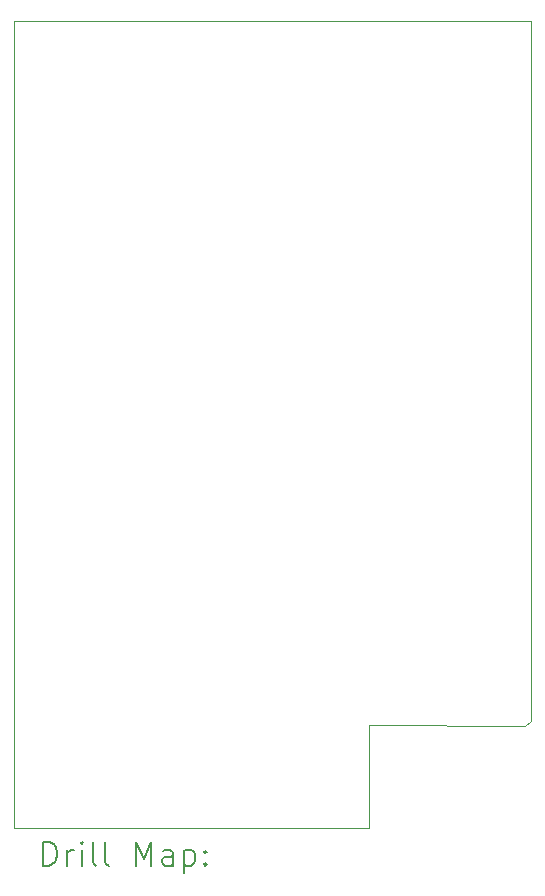
<source format=gbr>
%FSLAX45Y45*%
G04 Gerber Fmt 4.5, Leading zero omitted, Abs format (unit mm)*
G04 Created by KiCad (PCBNEW (6.0.2)) date 2024-03-24 18:16:21*
%MOMM*%
%LPD*%
G01*
G04 APERTURE LIST*
%TA.AperFunction,Profile*%
%ADD10C,0.100000*%
%TD*%
%ADD11C,0.200000*%
G04 APERTURE END LIST*
D10*
X17602648Y-11281547D02*
X17549000Y-11323000D01*
X17597120Y-5359400D02*
X15671800Y-5359400D01*
X13220000Y-12190000D02*
X16230600Y-12192000D01*
X15494000Y-5359400D02*
X13716000Y-5359400D01*
X17596768Y-5359400D02*
X17602648Y-11267000D01*
X13220000Y-12190000D02*
X13220000Y-11574050D01*
X16230000Y-11349000D02*
X16229000Y-11321000D01*
X17602648Y-11267000D02*
X17602648Y-11281547D01*
X16230000Y-11349000D02*
X16230600Y-12192000D01*
X13220000Y-5359400D02*
X13220000Y-11574050D01*
X15671800Y-5359400D02*
X15494000Y-5359400D01*
X13716000Y-5359400D02*
X13220000Y-5359400D01*
X17549000Y-11323000D02*
X16229000Y-11321000D01*
D11*
X13472619Y-12507476D02*
X13472619Y-12307476D01*
X13520238Y-12307476D01*
X13548809Y-12317000D01*
X13567857Y-12336048D01*
X13577381Y-12355095D01*
X13586905Y-12393190D01*
X13586905Y-12421762D01*
X13577381Y-12459857D01*
X13567857Y-12478905D01*
X13548809Y-12497952D01*
X13520238Y-12507476D01*
X13472619Y-12507476D01*
X13672619Y-12507476D02*
X13672619Y-12374143D01*
X13672619Y-12412238D02*
X13682143Y-12393190D01*
X13691667Y-12383667D01*
X13710714Y-12374143D01*
X13729762Y-12374143D01*
X13796428Y-12507476D02*
X13796428Y-12374143D01*
X13796428Y-12307476D02*
X13786905Y-12317000D01*
X13796428Y-12326524D01*
X13805952Y-12317000D01*
X13796428Y-12307476D01*
X13796428Y-12326524D01*
X13920238Y-12507476D02*
X13901190Y-12497952D01*
X13891667Y-12478905D01*
X13891667Y-12307476D01*
X14025000Y-12507476D02*
X14005952Y-12497952D01*
X13996428Y-12478905D01*
X13996428Y-12307476D01*
X14253571Y-12507476D02*
X14253571Y-12307476D01*
X14320238Y-12450333D01*
X14386905Y-12307476D01*
X14386905Y-12507476D01*
X14567857Y-12507476D02*
X14567857Y-12402714D01*
X14558333Y-12383667D01*
X14539286Y-12374143D01*
X14501190Y-12374143D01*
X14482143Y-12383667D01*
X14567857Y-12497952D02*
X14548809Y-12507476D01*
X14501190Y-12507476D01*
X14482143Y-12497952D01*
X14472619Y-12478905D01*
X14472619Y-12459857D01*
X14482143Y-12440809D01*
X14501190Y-12431286D01*
X14548809Y-12431286D01*
X14567857Y-12421762D01*
X14663095Y-12374143D02*
X14663095Y-12574143D01*
X14663095Y-12383667D02*
X14682143Y-12374143D01*
X14720238Y-12374143D01*
X14739286Y-12383667D01*
X14748809Y-12393190D01*
X14758333Y-12412238D01*
X14758333Y-12469381D01*
X14748809Y-12488428D01*
X14739286Y-12497952D01*
X14720238Y-12507476D01*
X14682143Y-12507476D01*
X14663095Y-12497952D01*
X14844048Y-12488428D02*
X14853571Y-12497952D01*
X14844048Y-12507476D01*
X14834524Y-12497952D01*
X14844048Y-12488428D01*
X14844048Y-12507476D01*
X14844048Y-12383667D02*
X14853571Y-12393190D01*
X14844048Y-12402714D01*
X14834524Y-12393190D01*
X14844048Y-12383667D01*
X14844048Y-12402714D01*
M02*

</source>
